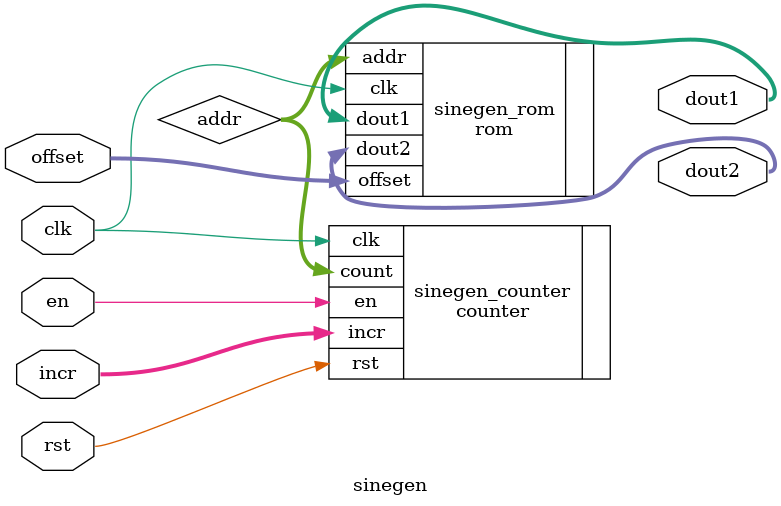
<source format=sv>
module sinegen(
    input logic [7:0] incr, offset,
    input logic rst, en, clk,
    output logic [7:0] dout1, dout2
);

    logic [7:0] addr;

    counter sinegen_counter (
        .incr (incr),
        .rst (rst),
        .en (en),
        .clk (clk),
        .count (addr)
    );

    rom sinegen_rom (
        .clk (clk),
        .addr (addr),
        .offset (offset),
        .dout1 (dout1),
        .dout2 (dout2)
    );

endmodule

</source>
